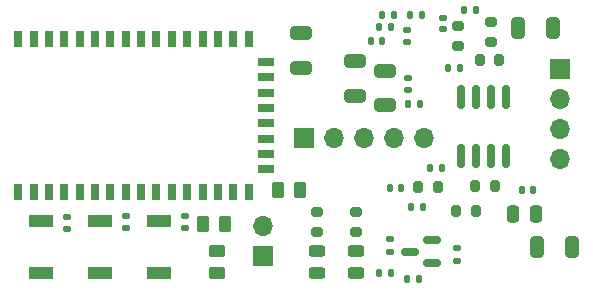
<source format=gbr>
G04 #@! TF.GenerationSoftware,KiCad,Pcbnew,(6.0.4)*
G04 #@! TF.CreationDate,2022-05-02T12:08:19+02:00*
G04 #@! TF.ProjectId,Support-Board-for-TS3008,53757070-6f72-4742-9d42-6f6172642d66,rev?*
G04 #@! TF.SameCoordinates,Original*
G04 #@! TF.FileFunction,Soldermask,Top*
G04 #@! TF.FilePolarity,Negative*
%FSLAX46Y46*%
G04 Gerber Fmt 4.6, Leading zero omitted, Abs format (unit mm)*
G04 Created by KiCad (PCBNEW (6.0.4)) date 2022-05-02 12:08:19*
%MOMM*%
%LPD*%
G01*
G04 APERTURE LIST*
G04 Aperture macros list*
%AMRoundRect*
0 Rectangle with rounded corners*
0 $1 Rounding radius*
0 $2 $3 $4 $5 $6 $7 $8 $9 X,Y pos of 4 corners*
0 Add a 4 corners polygon primitive as box body*
4,1,4,$2,$3,$4,$5,$6,$7,$8,$9,$2,$3,0*
0 Add four circle primitives for the rounded corners*
1,1,$1+$1,$2,$3*
1,1,$1+$1,$4,$5*
1,1,$1+$1,$6,$7*
1,1,$1+$1,$8,$9*
0 Add four rect primitives between the rounded corners*
20,1,$1+$1,$2,$3,$4,$5,0*
20,1,$1+$1,$4,$5,$6,$7,0*
20,1,$1+$1,$6,$7,$8,$9,0*
20,1,$1+$1,$8,$9,$2,$3,0*%
G04 Aperture macros list end*
%ADD10RoundRect,0.140000X-0.170000X0.140000X-0.170000X-0.140000X0.170000X-0.140000X0.170000X0.140000X0*%
%ADD11RoundRect,0.140000X-0.140000X-0.170000X0.140000X-0.170000X0.140000X0.170000X-0.140000X0.170000X0*%
%ADD12RoundRect,0.140000X0.140000X0.170000X-0.140000X0.170000X-0.140000X-0.170000X0.140000X-0.170000X0*%
%ADD13RoundRect,0.250000X-0.250000X-0.475000X0.250000X-0.475000X0.250000X0.475000X-0.250000X0.475000X0*%
%ADD14RoundRect,0.150000X-0.150000X0.825000X-0.150000X-0.825000X0.150000X-0.825000X0.150000X0.825000X0*%
%ADD15R,0.711200X1.422400*%
%ADD16R,1.422400X0.711200*%
%ADD17R,2.000000X1.050000*%
%ADD18RoundRect,0.250000X0.262500X0.450000X-0.262500X0.450000X-0.262500X-0.450000X0.262500X-0.450000X0*%
%ADD19RoundRect,0.200000X-0.200000X-0.275000X0.200000X-0.275000X0.200000X0.275000X-0.200000X0.275000X0*%
%ADD20RoundRect,0.135000X-0.135000X-0.185000X0.135000X-0.185000X0.135000X0.185000X-0.135000X0.185000X0*%
%ADD21RoundRect,0.200000X0.200000X0.275000X-0.200000X0.275000X-0.200000X-0.275000X0.200000X-0.275000X0*%
%ADD22RoundRect,0.200000X-0.275000X0.200000X-0.275000X-0.200000X0.275000X-0.200000X0.275000X0.200000X0*%
%ADD23RoundRect,0.135000X0.135000X0.185000X-0.135000X0.185000X-0.135000X-0.185000X0.135000X-0.185000X0*%
%ADD24RoundRect,0.135000X0.185000X-0.135000X0.185000X0.135000X-0.185000X0.135000X-0.185000X-0.135000X0*%
%ADD25RoundRect,0.200000X0.275000X-0.200000X0.275000X0.200000X-0.275000X0.200000X-0.275000X-0.200000X0*%
%ADD26RoundRect,0.250000X0.450000X-0.262500X0.450000X0.262500X-0.450000X0.262500X-0.450000X-0.262500X0*%
%ADD27RoundRect,0.135000X-0.185000X0.135000X-0.185000X-0.135000X0.185000X-0.135000X0.185000X0.135000X0*%
%ADD28RoundRect,0.150000X0.587500X0.150000X-0.587500X0.150000X-0.587500X-0.150000X0.587500X-0.150000X0*%
%ADD29RoundRect,0.147500X-0.147500X-0.172500X0.147500X-0.172500X0.147500X0.172500X-0.147500X0.172500X0*%
%ADD30R,1.700000X1.700000*%
%ADD31O,1.700000X1.700000*%
%ADD32RoundRect,0.243750X-0.456250X0.243750X-0.456250X-0.243750X0.456250X-0.243750X0.456250X0.243750X0*%
%ADD33RoundRect,0.250000X-0.325000X-0.650000X0.325000X-0.650000X0.325000X0.650000X-0.325000X0.650000X0*%
%ADD34RoundRect,0.250000X-0.650000X0.325000X-0.650000X-0.325000X0.650000X-0.325000X0.650000X0.325000X0*%
%ADD35RoundRect,0.250000X0.650000X-0.325000X0.650000X0.325000X-0.650000X0.325000X-0.650000X-0.325000X0*%
G04 APERTURE END LIST*
D10*
X112025000Y-61595000D03*
X112025000Y-62555000D03*
D11*
X113848000Y-60960000D03*
X114808000Y-60960000D03*
D12*
X107855000Y-61375000D03*
X106895000Y-61375000D03*
X106855000Y-63600000D03*
X105895000Y-63600000D03*
D13*
X118000000Y-78200000D03*
X119900000Y-78200000D03*
D14*
X117355000Y-73275000D03*
X116085000Y-73275000D03*
X114815000Y-73275000D03*
X113545000Y-73275000D03*
X113545000Y-68325000D03*
X114815000Y-68325000D03*
X116085000Y-68325000D03*
X117355000Y-68325000D03*
D15*
X76077370Y-63400140D03*
X77377850Y-63400140D03*
X78678330Y-63400140D03*
X79976270Y-63400140D03*
X81276750Y-63400140D03*
X82577230Y-63400140D03*
X83875170Y-63400140D03*
X85175650Y-63400140D03*
X86476130Y-63400140D03*
X87774070Y-63400140D03*
X89074550Y-63400140D03*
X90375030Y-63400140D03*
X91675510Y-63400140D03*
X92975990Y-63400140D03*
X94273930Y-63400140D03*
X95574410Y-63400140D03*
D16*
X97075550Y-65350860D03*
X97075550Y-66651340D03*
X97075550Y-67951820D03*
X97075550Y-69252300D03*
X97075550Y-70547700D03*
X97075550Y-71848180D03*
X97075550Y-73148660D03*
X97075550Y-74449140D03*
D15*
X95574410Y-76399860D03*
X94273930Y-76399860D03*
X92975990Y-76399860D03*
X91675510Y-76399860D03*
X90375030Y-76399860D03*
X89074550Y-76399860D03*
X87774070Y-76399860D03*
X86476130Y-76399860D03*
X85175650Y-76399860D03*
X83875170Y-76399860D03*
X82577230Y-76399860D03*
X81276750Y-76399860D03*
X79976270Y-76399860D03*
X78678330Y-76399860D03*
X77377850Y-76399860D03*
X76077370Y-76399860D03*
D17*
X88000000Y-78775000D03*
X88000000Y-83225000D03*
X83000000Y-83225000D03*
X83000000Y-78775000D03*
X78000000Y-83225000D03*
X78000000Y-78775000D03*
D18*
X99912500Y-76200000D03*
X98087500Y-76200000D03*
D19*
X111575000Y-75900000D03*
X109925000Y-75900000D03*
X113175000Y-78000000D03*
X114825000Y-78000000D03*
X116400000Y-75825000D03*
X114750000Y-75825000D03*
D20*
X110940000Y-74300000D03*
X111960000Y-74300000D03*
D21*
X115150000Y-65175000D03*
X116800000Y-65175000D03*
D20*
X113500000Y-65825000D03*
X112480000Y-65825000D03*
D22*
X113325000Y-63975000D03*
X113325000Y-62325000D03*
X116078000Y-63626000D03*
X116078000Y-61976000D03*
D23*
X106640000Y-62425000D03*
X107660000Y-62425000D03*
X110060000Y-68875000D03*
X109040000Y-68875000D03*
D24*
X109050000Y-66665000D03*
X109050000Y-67685000D03*
D25*
X104632500Y-79725000D03*
X104632500Y-78075000D03*
D22*
X101332500Y-79725000D03*
X101332500Y-78075000D03*
D26*
X92900000Y-81375000D03*
X92900000Y-83200000D03*
D18*
X91737500Y-79050000D03*
X93562500Y-79050000D03*
D24*
X90200000Y-79410000D03*
X90200000Y-78390000D03*
X85200000Y-79420000D03*
X85200000Y-78400000D03*
X80200000Y-79510000D03*
X80200000Y-78490000D03*
X107582500Y-81400000D03*
X107582500Y-80380000D03*
D27*
X113182500Y-82160000D03*
X113182500Y-81140000D03*
D20*
X110042500Y-83750000D03*
X109022500Y-83750000D03*
D28*
X109245000Y-81400000D03*
X111120000Y-82350000D03*
X111120000Y-80450000D03*
D29*
X109250000Y-61375000D03*
X110220000Y-61375000D03*
D30*
X121950000Y-65950000D03*
D31*
X121950000Y-68490000D03*
X121950000Y-71030000D03*
X121950000Y-73570000D03*
D30*
X100275000Y-71800000D03*
D31*
X102815000Y-71800000D03*
X105355000Y-71800000D03*
X107895000Y-71800000D03*
X110435000Y-71800000D03*
X96774000Y-79253000D03*
D30*
X96774000Y-81793000D03*
D32*
X104632500Y-83250000D03*
X104632500Y-81375000D03*
X101357500Y-83250000D03*
X101357500Y-81375000D03*
D33*
X120025000Y-81000000D03*
X122975000Y-81000000D03*
D12*
X107520000Y-76050000D03*
X108480000Y-76050000D03*
X109352500Y-77650000D03*
X110312500Y-77650000D03*
D11*
X119680000Y-76200000D03*
X118720000Y-76200000D03*
D34*
X107100000Y-66075000D03*
X107100000Y-69025000D03*
D33*
X121314000Y-62484000D03*
X118364000Y-62484000D03*
D10*
X108950000Y-63635000D03*
X108950000Y-62675000D03*
D34*
X104550000Y-68250000D03*
X104550000Y-65300000D03*
D35*
X100000000Y-65875000D03*
X100000000Y-62925000D03*
D12*
X107592500Y-83200000D03*
X106632500Y-83200000D03*
M02*

</source>
